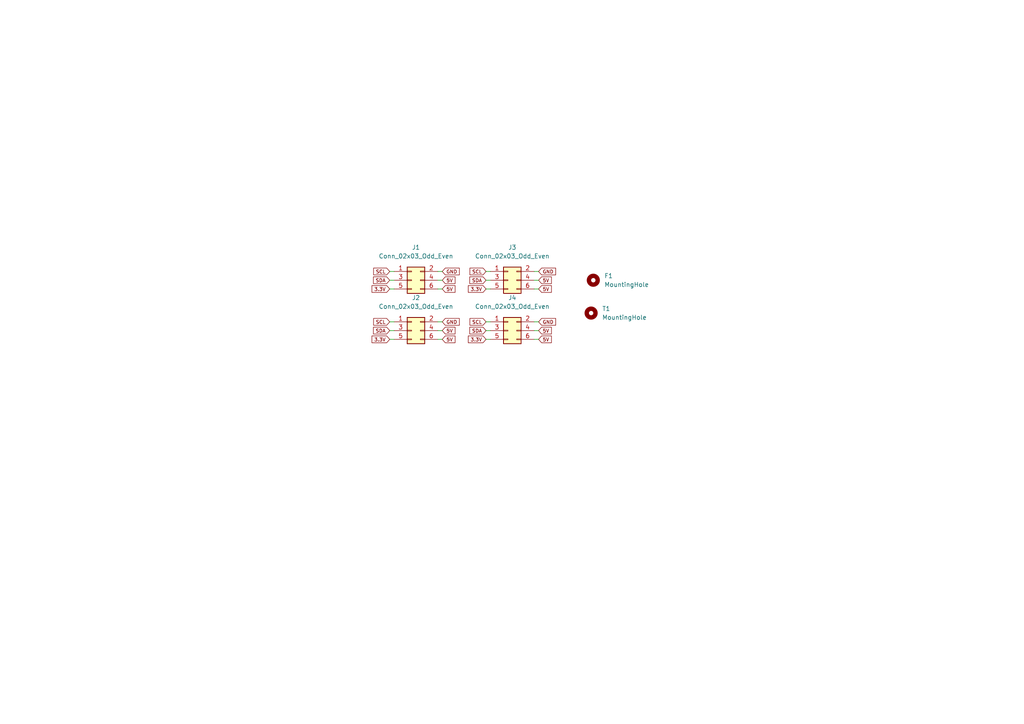
<source format=kicad_sch>
(kicad_sch (version 20211123) (generator eeschema)
  (paper "A4")
  (lib_symbols
    (symbol "Connector_Generic:Conn_02x03_Odd_Even" (pin_names (offset 1.016) hide)
      (property "Reference" "J" (at 1.27 5.08 0))
      (property "Value" "Conn_02x03_Odd_Even" (at 1.27 -5.08 0))
      (symbol "Conn_02x03_Odd_Even_1_1"
        (rectangle (start -1.27 -2.413) (end 0 -2.667) (stroke (width 0.1524)))
        (rectangle (start -1.27 0.127) (end 0 -0.127) (stroke (width 0.1524)))
        (rectangle (start -1.27 2.667) (end 0 2.413) (stroke (width 0.1524)))
        (rectangle (start -1.27 3.81) (end 3.81 -3.81) (stroke (width 0.254)) (fill (type background)))
        (rectangle (start 3.81 -2.413) (end 2.54 -2.667) (stroke (width 0.1524)))
        (rectangle (start 3.81 0.127) (end 2.54 -0.127) (stroke (width 0.1524)))
        (rectangle (start 3.81 2.667) (end 2.54 2.413) (stroke (width 0.1524)))
        (pin passive line (at -5.08 2.54 0) (length 3.81) (name "Pin_1") (number "1"))
        (pin passive line (at 7.62 2.54 180) (length 3.81) (name "Pin_2") (number "2"))
        (pin passive line (at -5.08 0 0) (length 3.81) (name "Pin_3") (number "3"))
        (pin passive line (at 7.62 0 180) (length 3.81) (name "Pin_4") (number "4"))
        (pin passive line (at -5.08 -2.54 0) (length 3.81) (name "Pin_5") (number "5"))
        (pin passive line (at 7.62 -2.54 180) (length 3.81) (name "Pin_6") (number "6"))
      )
    )
    (symbol "Mechanical:MountingHole" (pin_names (offset 1.016))
      (property "Reference" "H" (at 0 5.08 0))
      (property "Value" "MountingHole" (at 0 3.175 0))
      (symbol "MountingHole_0_1"
        (circle (center 0 0) (radius 1.27) (stroke (width 1.27)))
      )
    )
  )
  (wire (pts (xy 113.03 78.74) (xy 114.3 78.74)))
  (wire (pts (xy 154.94 93.345) (xy 156.21 93.345)))
  (wire (pts (xy 127 78.74) (xy 128.27 78.74)))
  (wire (pts (xy 113.03 81.28) (xy 114.3 81.28)))
  (wire (pts (xy 127 81.28) (xy 128.27 81.28)))
  (wire (pts (xy 140.97 95.885) (xy 142.24 95.885)))
  (wire (pts (xy 140.97 78.74) (xy 142.24 78.74)))
  (wire (pts (xy 154.94 78.74) (xy 156.21 78.74)))
  (wire (pts (xy 140.97 98.425) (xy 142.24 98.425)))
  (wire (pts (xy 127 83.82) (xy 128.27 83.82)))
  (wire (pts (xy 140.97 93.345) (xy 142.24 93.345)))
  (wire (pts (xy 127 98.425) (xy 128.27 98.425)))
  (wire (pts (xy 127 93.345) (xy 128.27 93.345)))
  (wire (pts (xy 140.97 81.28) (xy 142.24 81.28)))
  (wire (pts (xy 154.94 98.425) (xy 156.21 98.425)))
  (wire (pts (xy 154.94 81.28) (xy 156.21 81.28)))
  (wire (pts (xy 113.03 95.885) (xy 114.3 95.885)))
  (wire (pts (xy 113.03 98.425) (xy 114.3 98.425)))
  (wire (pts (xy 154.94 83.82) (xy 156.21 83.82)))
  (wire (pts (xy 113.03 83.82) (xy 114.3 83.82)))
  (wire (pts (xy 140.97 83.82) (xy 142.24 83.82)))
  (wire (pts (xy 127 95.885) (xy 128.27 95.885)))
  (wire (pts (xy 113.03 93.345) (xy 114.3 93.345)))
  (wire (pts (xy 154.94 95.885) (xy 156.21 95.885)))
  (global_label "5V" (shape input) (at 128.27 81.28 0) (effects (font (size 1 1))) (property "Intersheet References" "${INTERSHEET_REFS}" (effects hide)))
  (global_label "GND" (shape input) (at 156.21 78.74 0) (effects (font (size 1 1))) (property "Intersheet References" "${INTERSHEET_REFS}" (effects hide)))
  (global_label "SCL" (shape input) (at 113.03 93.345 180) (effects (font (size 1 1))) (property "Intersheet References" "${INTERSHEET_REFS}" (effects hide)))
  (global_label "5V" (shape input) (at 156.21 95.885 0) (effects (font (size 1 1))) (property "Intersheet References" "${INTERSHEET_REFS}" (effects hide)))
  (global_label "5V" (shape input) (at 156.21 83.82 0) (effects (font (size 1 1))) (property "Intersheet References" "${INTERSHEET_REFS}" (effects hide)))
  (global_label "SCL" (shape input) (at 140.97 78.74 180) (effects (font (size 1 1))) (property "Intersheet References" "${INTERSHEET_REFS}" (effects hide)))
  (global_label "GND" (shape input) (at 128.27 93.345 0) (effects (font (size 1 1))) (property "Intersheet References" "${INTERSHEET_REFS}" (effects hide)))
  (global_label "GND" (shape input) (at 128.27 78.74 0) (effects (font (size 1 1))) (property "Intersheet References" "${INTERSHEET_REFS}" (effects hide)))
  (global_label "3.3V" (shape input) (at 140.97 83.82 180) (effects (font (size 1 1))) (property "Intersheet References" "${INTERSHEET_REFS}" (effects hide)))
  (global_label "SCL" (shape input) (at 140.97 93.345 180) (effects (font (size 1 1))) (property "Intersheet References" "${INTERSHEET_REFS}" (effects hide)))
  (global_label "3.3V" (shape input) (at 113.03 83.82 180) (effects (font (size 1 1))) (property "Intersheet References" "${INTERSHEET_REFS}" (effects hide)))
  (global_label "5V" (shape input) (at 156.21 81.28 0) (effects (font (size 1 1))) (property "Intersheet References" "${INTERSHEET_REFS}" (effects hide)))
  (global_label "3.3V" (shape input) (at 113.03 98.425 180) (effects (font (size 1 1))) (property "Intersheet References" "${INTERSHEET_REFS}" (effects hide)))
  (global_label "5V" (shape input) (at 128.27 83.82 0) (effects (font (size 1 1))) (property "Intersheet References" "${INTERSHEET_REFS}" (effects hide)))
  (global_label "SDA" (shape input) (at 140.97 95.885 180) (effects (font (size 1 1))) (property "Intersheet References" "${INTERSHEET_REFS}" (effects hide)))
  (global_label "SDA" (shape input) (at 113.03 81.28 180) (effects (font (size 1 1))) (property "Intersheet References" "${INTERSHEET_REFS}" (effects hide)))
  (global_label "SCL" (shape input) (at 113.03 78.74 180) (effects (font (size 1 1))) (property "Intersheet References" "${INTERSHEET_REFS}" (effects hide)))
  (global_label "SDA" (shape input) (at 113.03 95.885 180) (effects (font (size 1 1))) (property "Intersheet References" "${INTERSHEET_REFS}" (effects hide)))
  (global_label "3.3V" (shape input) (at 140.97 98.425 180) (effects (font (size 1 1))) (property "Intersheet References" "${INTERSHEET_REFS}" (effects hide)))
  (global_label "5V" (shape input) (at 128.27 95.885 0) (effects (font (size 1 1))) (property "Intersheet References" "${INTERSHEET_REFS}" (effects hide)))
  (global_label "5V" (shape input) (at 156.21 98.425 0) (effects (font (size 1 1))) (property "Intersheet References" "${INTERSHEET_REFS}" (effects hide)))
  (global_label "GND" (shape input) (at 156.21 93.345 0) (effects (font (size 1 1))) (property "Intersheet References" "${INTERSHEET_REFS}" (effects hide)))
  (global_label "SDA" (shape input) (at 140.97 81.28 180) (effects (font (size 1 1))) (property "Intersheet References" "${INTERSHEET_REFS}" (effects hide)))
  (global_label "5V" (shape input) (at 128.27 98.425 0) (effects (font (size 1 1))) (property "Intersheet References" "${INTERSHEET_REFS}" (effects hide)))
  (symbol (lib_id "Mechanical:MountingHole") (at 172.085 81.28 0) (unit 1)
    (property "Reference" "F1" (at 175.26 80.0099 0) (effects (justify left)))
    (property "Value" "MountingHole" (at 175.26 82.5499 0) (effects (justify left)))
    (property "Footprint" "Valve:Git_3_3" (effects hide))
  )
  (symbol (lib_id "Connector_Generic:Conn_02x03_Odd_Even") (at 147.32 95.885 0) (unit 1)
    (property "Reference" "J4" (at 148.59 86.36 0))
    (property "Value" "Conn_02x03_Odd_Even" (at 148.59 88.9 0))
    (property "Footprint" "Connector_PinHeader_2.54mm:PinHeader_2x03_P2.54mm_Vertical" (effects hide))
  )
  (symbol (lib_id "Mechanical:MountingHole") (at 171.45 90.805 0) (unit 1)
    (property "Reference" "T1" (at 174.625 89.5349 0) (effects (justify left)))
    (property "Value" "MountingHole" (at 174.625 92.0749 0) (effects (justify left)))
    (property "Footprint" "Valve:Temple_3_3" (effects hide))
  )
  (symbol (lib_id "Connector_Generic:Conn_02x03_Odd_Even") (at 119.38 81.28 0) (unit 1)
    (property "Reference" "J1" (at 120.65 71.755 0))
    (property "Value" "Conn_02x03_Odd_Even" (at 120.65 74.295 0))
    (property "Footprint" "Connector_PinHeader_2.54mm:PinHeader_2x03_P2.54mm_Vertical" (effects hide))
  )
  (symbol (lib_id "Connector_Generic:Conn_02x03_Odd_Even") (at 119.38 95.885 0) (unit 1)
    (property "Reference" "J2" (at 120.65 86.36 0))
    (property "Value" "Conn_02x03_Odd_Even" (at 120.65 88.9 0))
    (property "Footprint" "Connector_PinHeader_2.54mm:PinHeader_2x03_P2.54mm_Vertical" (effects hide))
  )
  (symbol (lib_id "Connector_Generic:Conn_02x03_Odd_Even") (at 147.32 81.28 0) (unit 1)
    (property "Reference" "J3" (at 148.59 71.755 0))
    (property "Value" "Conn_02x03_Odd_Even" (at 148.59 74.295 0))
    (property "Footprint" "Connector_PinHeader_2.54mm:PinHeader_2x03_P2.54mm_Vertical" (effects hide))
  )
)
</source>
